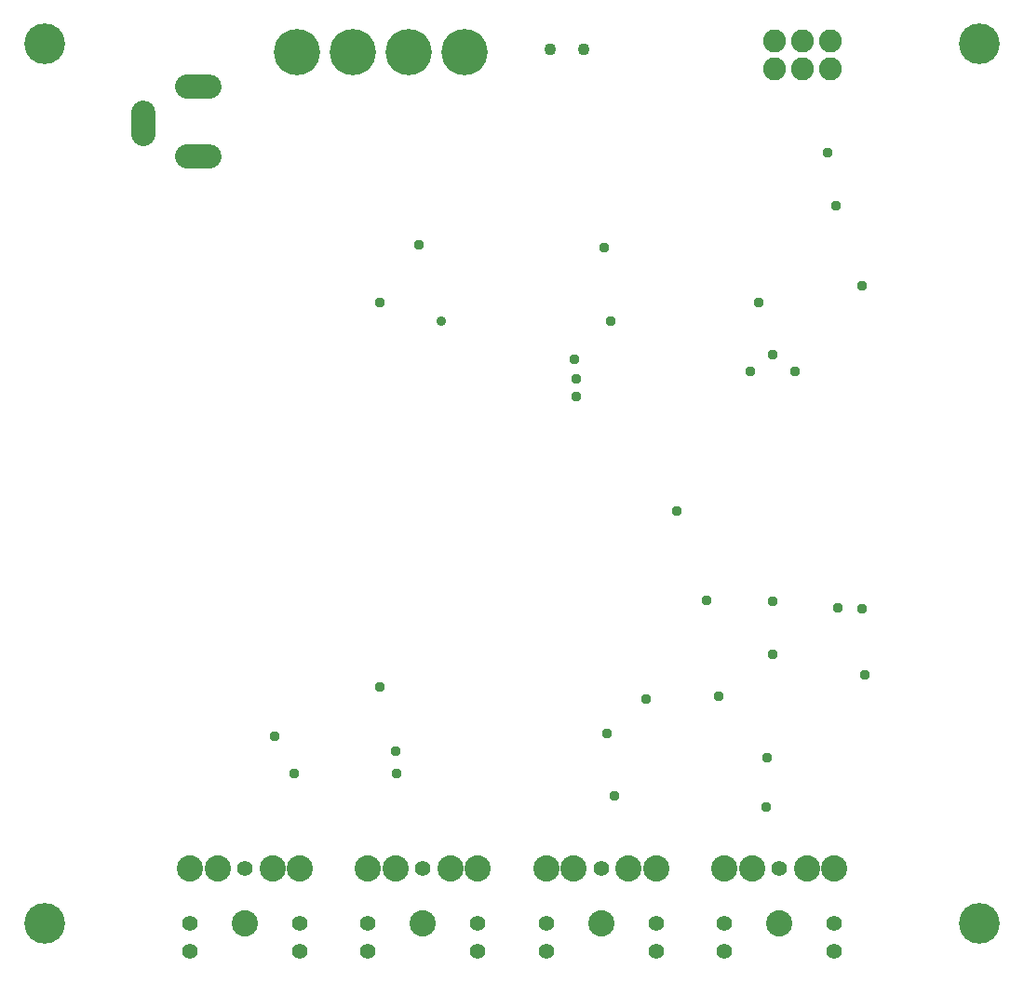
<source format=gbr>
G04 EAGLE Gerber RS-274X export*
G75*
%MOMM*%
%FSLAX34Y34*%
%LPD*%
%INSoldermask Bottom*%
%IPPOS*%
%AMOC8*
5,1,8,0,0,1.08239X$1,22.5*%
G01*
%ADD10C,3.703200*%
%ADD11C,2.387600*%
%ADD12C,1.403200*%
%ADD13C,4.203200*%
%ADD14C,2.203200*%
%ADD15C,2.082800*%
%ADD16C,1.103200*%
%ADD17C,0.959600*%
%ADD18C,0.909600*%


D10*
X-885000Y35000D03*
X-35000Y35000D03*
X-35000Y835000D03*
X-885000Y835000D03*
D11*
X-217000Y35000D03*
X-242000Y85000D03*
X-267000Y85000D03*
X-192000Y85000D03*
X-167000Y85000D03*
D12*
X-267000Y35000D03*
X-267000Y10000D03*
X-167000Y10000D03*
X-167000Y35000D03*
X-217000Y85000D03*
D11*
X-379000Y35000D03*
X-404000Y85000D03*
X-429000Y85000D03*
X-354000Y85000D03*
X-329000Y85000D03*
D12*
X-429000Y35000D03*
X-429000Y10000D03*
X-329000Y10000D03*
X-329000Y35000D03*
X-379000Y85000D03*
D11*
X-541000Y35000D03*
X-566000Y85000D03*
X-591000Y85000D03*
X-516000Y85000D03*
X-491000Y85000D03*
D12*
X-591000Y35000D03*
X-591000Y10000D03*
X-491000Y10000D03*
X-491000Y35000D03*
X-541000Y85000D03*
D11*
X-703000Y35000D03*
X-728000Y85000D03*
X-753000Y85000D03*
X-678000Y85000D03*
X-653000Y85000D03*
D12*
X-753000Y35000D03*
X-753000Y10000D03*
X-653000Y10000D03*
X-653000Y35000D03*
X-703000Y85000D03*
D13*
X-655500Y827300D03*
X-604700Y827300D03*
X-553900Y827300D03*
X-503100Y827300D03*
D14*
X-735100Y732800D02*
X-755100Y732800D01*
X-755100Y795800D02*
X-735100Y795800D01*
X-795100Y772800D02*
X-795100Y752800D01*
D15*
X-221400Y812300D03*
X-221400Y837700D03*
X-196000Y812300D03*
X-196000Y837700D03*
X-170600Y812300D03*
X-170600Y837700D03*
D16*
X-425000Y830000D03*
X-395000Y830000D03*
D17*
X-283000Y329000D03*
X-272000Y242000D03*
X-310000Y410000D03*
X-580000Y600000D03*
X-580000Y250000D03*
X-545000Y652000D03*
X-370000Y583000D03*
X-223000Y280000D03*
X-139000Y261000D03*
D18*
X-524500Y582500D03*
D17*
X-374000Y208000D03*
X-228000Y186000D03*
X-338000Y239000D03*
X-173000Y736000D03*
X-376000Y650000D03*
X-141500Y321500D03*
X-142000Y615000D03*
X-164000Y322000D03*
X-165000Y688000D03*
X-565000Y171000D03*
X-658000Y171000D03*
X-229000Y141000D03*
X-367000Y151000D03*
X-676000Y205000D03*
X-565500Y191500D03*
X-236000Y600000D03*
X-223000Y328000D03*
X-402000Y530000D03*
X-203000Y537000D03*
X-403000Y548000D03*
X-223000Y552000D03*
X-402000Y514000D03*
X-243000Y537000D03*
M02*

</source>
